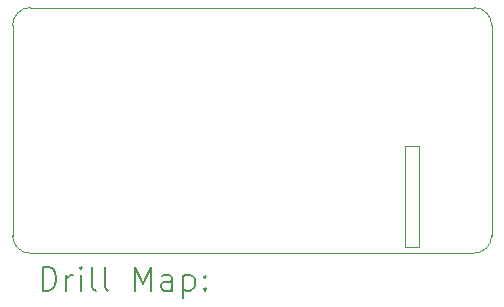
<source format=gbr>
%TF.GenerationSoftware,KiCad,Pcbnew,8.99.0-1513-g7fef6e8d83*%
%TF.CreationDate,2024-06-23T17:30:42+12:00*%
%TF.ProjectId,SafePulse,53616665-5075-46c7-9365-2e6b69636164,V1.2.4*%
%TF.SameCoordinates,PX78d49e0PY49c7f08*%
%TF.FileFunction,Drillmap*%
%TF.FilePolarity,Positive*%
%FSLAX45Y45*%
G04 Gerber Fmt 4.5, Leading zero omitted, Abs format (unit mm)*
G04 Created by KiCad (PCBNEW 8.99.0-1513-g7fef6e8d83) date 2024-06-23 17:30:42*
%MOMM*%
%LPD*%
G01*
G04 APERTURE LIST*
%ADD10C,0.100000*%
%ADD11C,0.200000*%
G04 APERTURE END LIST*
D10*
X4010000Y90000D02*
G75*
G02*
X3860000Y-60000I-150000J0D01*
G01*
X3860000Y-60000D02*
X103800Y-60000D01*
X4010000Y1870000D02*
X4010000Y90000D01*
X-46200Y1870000D02*
G75*
G02*
X103800Y2020000I150000J0D01*
G01*
X3860000Y2020000D02*
G75*
G02*
X4010000Y1870000I0J-150000D01*
G01*
X3275000Y844000D02*
X3395000Y844000D01*
X3395000Y-10000D01*
X3275000Y-10000D01*
X3275000Y844000D01*
X3860000Y2020000D02*
X103800Y2020000D01*
X103800Y-60000D02*
G75*
G02*
X-46200Y90000I0J150000D01*
G01*
X-46200Y90000D02*
X-46200Y1870000D01*
D11*
X209577Y-376484D02*
X209577Y-176484D01*
X209577Y-176484D02*
X257196Y-176484D01*
X257196Y-176484D02*
X285767Y-186008D01*
X285767Y-186008D02*
X304815Y-205055D01*
X304815Y-205055D02*
X314339Y-224103D01*
X314339Y-224103D02*
X323863Y-262198D01*
X323863Y-262198D02*
X323863Y-290770D01*
X323863Y-290770D02*
X314339Y-328865D01*
X314339Y-328865D02*
X304815Y-347912D01*
X304815Y-347912D02*
X285767Y-366960D01*
X285767Y-366960D02*
X257196Y-376484D01*
X257196Y-376484D02*
X209577Y-376484D01*
X409577Y-376484D02*
X409577Y-243150D01*
X409577Y-281246D02*
X419101Y-262198D01*
X419101Y-262198D02*
X428624Y-252674D01*
X428624Y-252674D02*
X447672Y-243150D01*
X447672Y-243150D02*
X466720Y-243150D01*
X533386Y-376484D02*
X533386Y-243150D01*
X533386Y-176484D02*
X523862Y-186008D01*
X523862Y-186008D02*
X533386Y-195531D01*
X533386Y-195531D02*
X542910Y-186008D01*
X542910Y-186008D02*
X533386Y-176484D01*
X533386Y-176484D02*
X533386Y-195531D01*
X657196Y-376484D02*
X638148Y-366960D01*
X638148Y-366960D02*
X628624Y-347912D01*
X628624Y-347912D02*
X628624Y-176484D01*
X761958Y-376484D02*
X742910Y-366960D01*
X742910Y-366960D02*
X733386Y-347912D01*
X733386Y-347912D02*
X733386Y-176484D01*
X990529Y-376484D02*
X990529Y-176484D01*
X990529Y-176484D02*
X1057196Y-319341D01*
X1057196Y-319341D02*
X1123863Y-176484D01*
X1123863Y-176484D02*
X1123863Y-376484D01*
X1304815Y-376484D02*
X1304815Y-271722D01*
X1304815Y-271722D02*
X1295291Y-252674D01*
X1295291Y-252674D02*
X1276244Y-243150D01*
X1276244Y-243150D02*
X1238148Y-243150D01*
X1238148Y-243150D02*
X1219101Y-252674D01*
X1304815Y-366960D02*
X1285767Y-376484D01*
X1285767Y-376484D02*
X1238148Y-376484D01*
X1238148Y-376484D02*
X1219101Y-366960D01*
X1219101Y-366960D02*
X1209577Y-347912D01*
X1209577Y-347912D02*
X1209577Y-328865D01*
X1209577Y-328865D02*
X1219101Y-309817D01*
X1219101Y-309817D02*
X1238148Y-300293D01*
X1238148Y-300293D02*
X1285767Y-300293D01*
X1285767Y-300293D02*
X1304815Y-290770D01*
X1400053Y-243150D02*
X1400053Y-443150D01*
X1400053Y-252674D02*
X1419101Y-243150D01*
X1419101Y-243150D02*
X1457196Y-243150D01*
X1457196Y-243150D02*
X1476243Y-252674D01*
X1476243Y-252674D02*
X1485767Y-262198D01*
X1485767Y-262198D02*
X1495291Y-281246D01*
X1495291Y-281246D02*
X1495291Y-338389D01*
X1495291Y-338389D02*
X1485767Y-357436D01*
X1485767Y-357436D02*
X1476243Y-366960D01*
X1476243Y-366960D02*
X1457196Y-376484D01*
X1457196Y-376484D02*
X1419101Y-376484D01*
X1419101Y-376484D02*
X1400053Y-366960D01*
X1581005Y-357436D02*
X1590529Y-366960D01*
X1590529Y-366960D02*
X1581005Y-376484D01*
X1581005Y-376484D02*
X1571482Y-366960D01*
X1571482Y-366960D02*
X1581005Y-357436D01*
X1581005Y-357436D02*
X1581005Y-376484D01*
X1581005Y-252674D02*
X1590529Y-262198D01*
X1590529Y-262198D02*
X1581005Y-271722D01*
X1581005Y-271722D02*
X1571482Y-262198D01*
X1571482Y-262198D02*
X1581005Y-252674D01*
X1581005Y-252674D02*
X1581005Y-271722D01*
M02*

</source>
